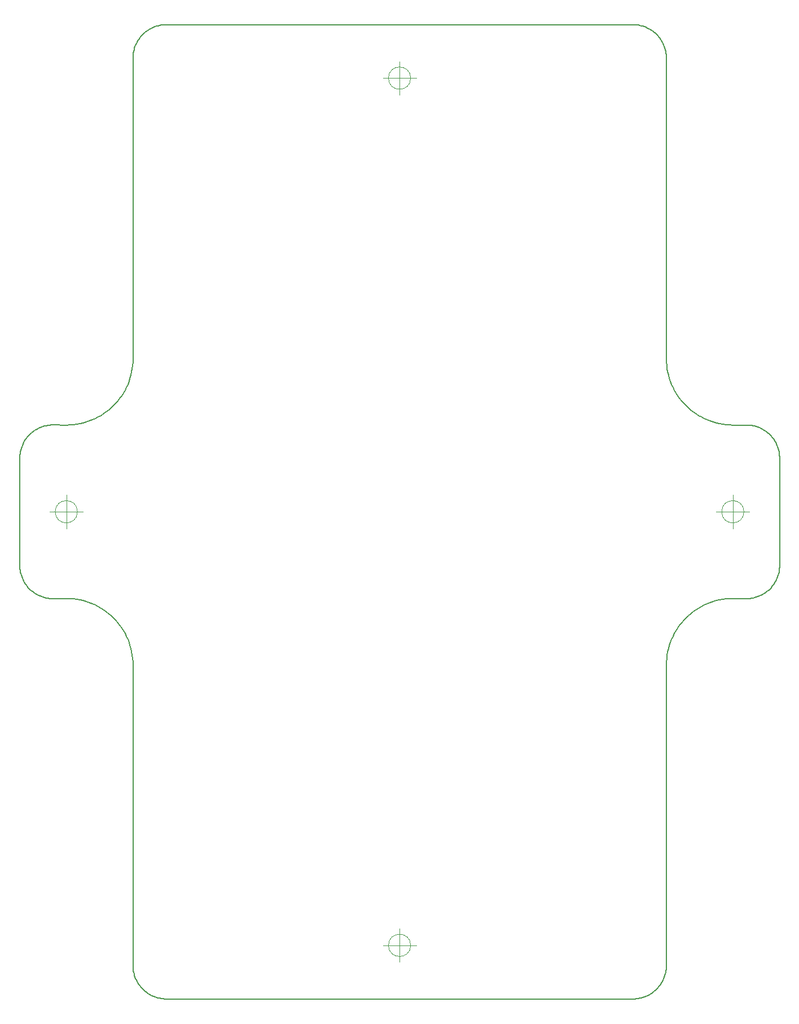
<source format=gbr>
%TF.GenerationSoftware,KiCad,Pcbnew,(6.0.11-0)*%
%TF.CreationDate,2023-06-02T12:02:10+10:00*%
%TF.ProjectId,breakout,62726561-6b6f-4757-942e-6b696361645f,rev?*%
%TF.SameCoordinates,Original*%
%TF.FileFunction,Profile,NP*%
%FSLAX46Y46*%
G04 Gerber Fmt 4.6, Leading zero omitted, Abs format (unit mm)*
G04 Created by KiCad (PCBNEW (6.0.11-0)) date 2023-06-02 12:02:10*
%MOMM*%
%LPD*%
G01*
G04 APERTURE LIST*
%TA.AperFunction,Profile*%
%ADD10C,0.200000*%
%TD*%
%ADD11C,0.200000*%
%TA.AperFunction,Profile*%
%ADD12C,0.050000*%
%TD*%
G04 APERTURE END LIST*
D10*
X51250000Y-32500000D02*
X51250000Y-77522000D01*
X51250000Y-123517000D02*
X51250000Y-168539000D01*
D11*
X143283700Y-113526000D02*
X143542239Y-113519487D01*
X143797332Y-113500159D01*
X144048664Y-113468334D01*
X144295918Y-113424326D01*
X144538778Y-113368452D01*
X144776926Y-113301028D01*
X145010047Y-113222371D01*
X145237825Y-113132796D01*
X145459942Y-113032621D01*
X145676082Y-112922160D01*
X145885930Y-112801731D01*
X146089168Y-112671650D01*
X146285481Y-112532232D01*
X146474551Y-112383795D01*
X146656063Y-112226653D01*
X146829700Y-112061125D01*
X146995145Y-111887524D01*
X147152082Y-111706169D01*
X147300196Y-111517375D01*
X147439168Y-111321458D01*
X147568684Y-111118735D01*
X147688426Y-110909522D01*
X147798078Y-110694135D01*
X147897325Y-110472890D01*
X147985848Y-110246104D01*
X148063332Y-110014092D01*
X148129461Y-109777171D01*
X148183918Y-109535658D01*
X148226387Y-109289868D01*
X148256551Y-109040117D01*
X148274094Y-108786722D01*
X148278700Y-108530000D01*
D10*
X41260700Y-87513000D02*
X39259800Y-87492000D01*
X126264700Y-27504000D02*
X56267600Y-27504000D01*
D11*
X51250000Y-168539000D02*
X51258528Y-168795631D01*
X51279742Y-169048941D01*
X51313330Y-169298612D01*
X51358979Y-169544328D01*
X51416379Y-169785772D01*
X51485217Y-170022628D01*
X51565180Y-170254581D01*
X51655957Y-170481312D01*
X51757237Y-170702506D01*
X51868706Y-170917847D01*
X51990053Y-171127018D01*
X52120966Y-171329703D01*
X52261133Y-171525584D01*
X52410241Y-171714347D01*
X52567980Y-171895674D01*
X52734037Y-172069250D01*
X52908100Y-172234756D01*
X53089856Y-172391878D01*
X53278995Y-172540299D01*
X53475204Y-172679703D01*
X53678170Y-172809772D01*
X53887583Y-172930191D01*
X54103129Y-173040643D01*
X54324498Y-173140812D01*
X54551377Y-173230381D01*
X54783453Y-173309035D01*
X55020416Y-173376456D01*
X55261952Y-173432328D01*
X55507751Y-173476334D01*
X55757500Y-173508160D01*
X56010887Y-173527487D01*
X56267600Y-173534000D01*
D10*
X56267600Y-173534000D02*
X126264700Y-173534000D01*
D11*
X131282700Y-77522000D02*
X131295711Y-78035794D01*
X131334327Y-78542882D01*
X131397918Y-79042635D01*
X131485858Y-79534421D01*
X131597517Y-80017612D01*
X131732267Y-80491578D01*
X131889480Y-80955687D01*
X132068528Y-81409312D01*
X132268782Y-81851821D01*
X132489615Y-82282585D01*
X132730398Y-82700975D01*
X132990502Y-83106359D01*
X133269300Y-83498108D01*
X133566164Y-83875593D01*
X133880465Y-84238184D01*
X134211575Y-84585250D01*
X134558865Y-84916161D01*
X134921708Y-85230289D01*
X135299474Y-85527002D01*
X135691537Y-85805671D01*
X136097268Y-86065667D01*
X136516038Y-86306359D01*
X136947219Y-86527117D01*
X137390184Y-86727312D01*
X137844303Y-86906313D01*
X138308949Y-87063492D01*
X138783493Y-87198217D01*
X139267307Y-87309859D01*
X139759763Y-87397788D01*
X140260232Y-87461375D01*
X140768087Y-87499988D01*
X141282700Y-87513000D01*
X141273700Y-113526000D02*
X140759905Y-113537104D01*
X140252817Y-113573933D01*
X139753064Y-113635858D01*
X139261278Y-113722250D01*
X138778087Y-113832477D01*
X138304121Y-113965910D01*
X137840012Y-114121919D01*
X137386387Y-114299875D01*
X136943878Y-114499146D01*
X136513114Y-114719105D01*
X136094724Y-114959120D01*
X135689340Y-115218562D01*
X135297591Y-115496801D01*
X134920106Y-115793207D01*
X134557515Y-116107149D01*
X134210450Y-116438000D01*
X133879538Y-116785127D01*
X133565410Y-117147902D01*
X133268697Y-117525694D01*
X132990028Y-117917875D01*
X132730032Y-118323812D01*
X132489340Y-118742878D01*
X132268582Y-119174442D01*
X132068387Y-119617875D01*
X131889386Y-120072545D01*
X131732207Y-120537824D01*
X131597482Y-121013081D01*
X131485840Y-121497687D01*
X131397911Y-121991012D01*
X131334325Y-122492425D01*
X131295711Y-123001298D01*
X131282700Y-123517000D01*
X51250000Y-123517000D02*
X51238999Y-123001298D01*
X51202257Y-122492425D01*
X51140405Y-121991012D01*
X51054073Y-121497687D01*
X50943892Y-121013081D01*
X50810495Y-120537824D01*
X50654511Y-120072545D01*
X50476573Y-119617875D01*
X50277311Y-119174442D01*
X50057357Y-118742878D01*
X49817341Y-118323812D01*
X49557896Y-117917875D01*
X49279651Y-117525694D01*
X48983239Y-117147902D01*
X48669291Y-116785127D01*
X48338437Y-116438000D01*
X47991309Y-116107149D01*
X47628538Y-115793207D01*
X47250755Y-115496801D01*
X46858592Y-115218562D01*
X46452680Y-114959120D01*
X46033649Y-114719105D01*
X45602131Y-114499146D01*
X45158757Y-114299875D01*
X44704159Y-114121919D01*
X44238967Y-113965910D01*
X43763813Y-113832477D01*
X43279328Y-113722250D01*
X42786143Y-113635858D01*
X42284889Y-113573933D01*
X41776197Y-113537104D01*
X41260700Y-113526000D01*
D10*
X141273700Y-113526000D02*
X143283700Y-113526000D01*
X131282700Y-168539000D02*
X131282700Y-123517000D01*
X143283700Y-87513000D02*
X141282700Y-87513000D01*
D11*
X41260700Y-87513000D02*
X41776197Y-87499988D01*
X42284889Y-87461375D01*
X42786143Y-87397788D01*
X43279328Y-87309859D01*
X43763813Y-87198217D01*
X44238967Y-87063492D01*
X44704159Y-86906313D01*
X45158757Y-86727312D01*
X45602131Y-86527117D01*
X46033649Y-86306359D01*
X46452680Y-86065667D01*
X46858592Y-85805671D01*
X47250755Y-85527002D01*
X47628538Y-85230289D01*
X47991309Y-84916161D01*
X48338437Y-84585250D01*
X48669291Y-84238184D01*
X48983239Y-83875593D01*
X49279651Y-83498108D01*
X49557896Y-83106359D01*
X49817341Y-82700975D01*
X50057357Y-82282585D01*
X50277311Y-81851821D01*
X50476573Y-81409312D01*
X50654511Y-80955687D01*
X50810495Y-80491578D01*
X50943892Y-80017612D01*
X51054073Y-79534421D01*
X51140405Y-79042635D01*
X51202257Y-78542882D01*
X51238999Y-78035794D01*
X51250000Y-77522000D01*
D10*
X131282700Y-77522000D02*
X131282700Y-32500000D01*
D11*
X131282700Y-32500000D02*
X131276183Y-32241372D01*
X131256843Y-31986202D01*
X131224992Y-31734803D01*
X131180942Y-31487492D01*
X131125006Y-31244584D01*
X131057497Y-31006395D01*
X130978728Y-30773241D01*
X130889012Y-30545437D01*
X130788661Y-30323299D01*
X130677988Y-30107143D01*
X130557305Y-29897284D01*
X130426926Y-29694039D01*
X130287163Y-29497722D01*
X130138329Y-29308649D01*
X129980737Y-29127136D01*
X129814700Y-28953500D01*
X129640529Y-28788054D01*
X129458538Y-28631116D01*
X129269040Y-28483000D01*
X129072348Y-28344023D01*
X128868774Y-28214500D01*
X128658630Y-28094747D01*
X128442230Y-27985079D01*
X128219887Y-27885812D01*
X127991913Y-27797262D01*
X127758620Y-27719745D01*
X127520323Y-27653575D01*
X127277332Y-27599070D01*
X127029962Y-27556544D01*
X126778525Y-27526313D01*
X126523333Y-27508693D01*
X126264700Y-27504000D01*
D10*
X39248800Y-113526000D02*
X41260700Y-113526000D01*
D11*
X56267600Y-27504000D02*
X56010887Y-27508693D01*
X55757500Y-27526313D01*
X55507751Y-27556544D01*
X55261952Y-27599070D01*
X55020416Y-27653575D01*
X54783453Y-27719745D01*
X54551377Y-27797262D01*
X54324498Y-27885812D01*
X54103129Y-27985079D01*
X53887583Y-28094747D01*
X53678170Y-28214500D01*
X53475204Y-28344023D01*
X53278995Y-28483000D01*
X53089856Y-28631116D01*
X52908100Y-28788054D01*
X52734037Y-28953500D01*
X52567980Y-29127136D01*
X52410241Y-29308649D01*
X52261133Y-29497722D01*
X52120966Y-29694039D01*
X51990053Y-29897284D01*
X51868706Y-30107143D01*
X51757237Y-30323299D01*
X51655957Y-30545437D01*
X51565180Y-30773241D01*
X51485217Y-31006395D01*
X51416379Y-31244584D01*
X51358979Y-31487492D01*
X51313330Y-31734803D01*
X51279742Y-31986202D01*
X51258528Y-32241372D01*
X51250000Y-32500000D01*
X148278700Y-92508000D02*
X148274094Y-92249460D01*
X148256551Y-91994367D01*
X148226387Y-91743035D01*
X148183918Y-91495781D01*
X148129461Y-91252921D01*
X148063332Y-91014773D01*
X147985848Y-90781652D01*
X147897325Y-90553875D01*
X147798078Y-90331757D01*
X147688426Y-90115617D01*
X147568684Y-89905769D01*
X147439168Y-89702531D01*
X147300196Y-89506218D01*
X147152082Y-89317148D01*
X146995145Y-89135636D01*
X146829700Y-88962000D01*
X146656063Y-88796554D01*
X146474551Y-88639617D01*
X146285481Y-88491503D01*
X146089168Y-88352531D01*
X145885930Y-88223015D01*
X145676082Y-88103273D01*
X145459942Y-87993621D01*
X145237825Y-87894375D01*
X145010047Y-87805851D01*
X144776926Y-87728367D01*
X144538778Y-87662238D01*
X144295918Y-87607781D01*
X144048664Y-87565312D01*
X143797332Y-87535148D01*
X143542239Y-87517605D01*
X143283700Y-87513000D01*
D10*
X34253500Y-92508000D02*
X34253500Y-108521000D01*
X148278700Y-108530000D02*
X148278700Y-92508000D01*
D11*
X34253500Y-108521000D02*
X34260015Y-108778540D01*
X34279349Y-109032701D01*
X34311186Y-109283169D01*
X34355209Y-109529628D01*
X34411100Y-109771765D01*
X34478543Y-110009265D01*
X34557222Y-110241812D01*
X34646818Y-110469093D01*
X34747016Y-110690793D01*
X34857499Y-110906598D01*
X34977949Y-111116192D01*
X35108050Y-111319261D01*
X35247484Y-111515491D01*
X35395936Y-111704567D01*
X35553089Y-111886175D01*
X35718625Y-112060000D01*
X35892227Y-112225726D01*
X36073579Y-112383041D01*
X36262364Y-112531629D01*
X36458265Y-112671175D01*
X36660965Y-112801366D01*
X36870148Y-112921886D01*
X37085496Y-113032421D01*
X37306693Y-113132656D01*
X37533422Y-113222277D01*
X37765366Y-113300969D01*
X38002208Y-113368417D01*
X38243631Y-113424308D01*
X38489318Y-113468326D01*
X38738954Y-113500157D01*
X38992220Y-113519486D01*
X39248800Y-113526000D01*
X39259800Y-87492000D02*
X39002220Y-87498513D01*
X38748017Y-87517844D01*
X38497506Y-87549682D01*
X38251000Y-87593712D01*
X38008815Y-87649624D01*
X37771266Y-87717103D01*
X37538667Y-87795837D01*
X37311334Y-87885515D01*
X37089581Y-87985823D01*
X36873723Y-88096449D01*
X36664074Y-88217080D01*
X36460951Y-88347404D01*
X36264667Y-88487108D01*
X36075537Y-88635879D01*
X35893876Y-88793406D01*
X35720000Y-88959375D01*
X35554222Y-89133473D01*
X35396858Y-89315389D01*
X35248222Y-89504810D01*
X35108630Y-89701423D01*
X34978395Y-89904916D01*
X34857834Y-90114976D01*
X34747261Y-90331290D01*
X34646990Y-90553546D01*
X34557337Y-90781432D01*
X34478616Y-91014635D01*
X34411142Y-91252841D01*
X34355230Y-91495740D01*
X34311195Y-91743017D01*
X34279352Y-91994362D01*
X34260015Y-92249460D01*
X34253500Y-92508000D01*
X126264700Y-173534000D02*
X126523333Y-173527487D01*
X126778525Y-173508160D01*
X127029962Y-173476334D01*
X127277332Y-173432328D01*
X127520323Y-173376456D01*
X127758620Y-173309035D01*
X127991913Y-173230381D01*
X128219887Y-173140812D01*
X128442230Y-173040643D01*
X128658630Y-172930191D01*
X128868774Y-172809772D01*
X129072348Y-172679703D01*
X129269040Y-172540299D01*
X129458538Y-172391878D01*
X129640529Y-172234756D01*
X129814700Y-172069250D01*
X129980737Y-171895674D01*
X130138329Y-171714347D01*
X130287163Y-171525584D01*
X130426926Y-171329703D01*
X130557305Y-171127018D01*
X130677988Y-170917847D01*
X130788661Y-170702506D01*
X130889012Y-170481312D01*
X130978728Y-170254581D01*
X131057497Y-170022628D01*
X131125006Y-169785772D01*
X131180942Y-169544328D01*
X131224992Y-169298612D01*
X131256843Y-169048941D01*
X131276183Y-168795631D01*
X131282700Y-168539000D01*
D12*
X92916666Y-35500000D02*
G75*
G03*
X92916666Y-35500000I-1666666J0D01*
G01*
X88750000Y-35500000D02*
X93750000Y-35500000D01*
X91250000Y-33000000D02*
X91250000Y-38000000D01*
X142916666Y-100500000D02*
G75*
G03*
X142916666Y-100500000I-1666666J0D01*
G01*
X138750000Y-100500000D02*
X143750000Y-100500000D01*
X141250000Y-98000000D02*
X141250000Y-103000000D01*
X42916666Y-100500000D02*
G75*
G03*
X42916666Y-100500000I-1666666J0D01*
G01*
X38750000Y-100500000D02*
X43750000Y-100500000D01*
X41250000Y-98000000D02*
X41250000Y-103000000D01*
X92916666Y-165500000D02*
G75*
G03*
X92916666Y-165500000I-1666666J0D01*
G01*
X88750000Y-165500000D02*
X93750000Y-165500000D01*
X91250000Y-163000000D02*
X91250000Y-168000000D01*
M02*

</source>
